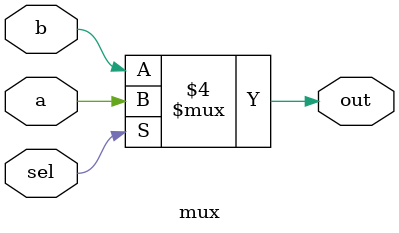
<source format=v>
module mux(out,sel,a,b);
input a,b;
input sel;
output reg out;

always@(a or b or sel) begin
	if(sel == 1'b1) begin
		out = a;
	end
	else
	begin
		out = b;
	end
end
endmodule

</source>
